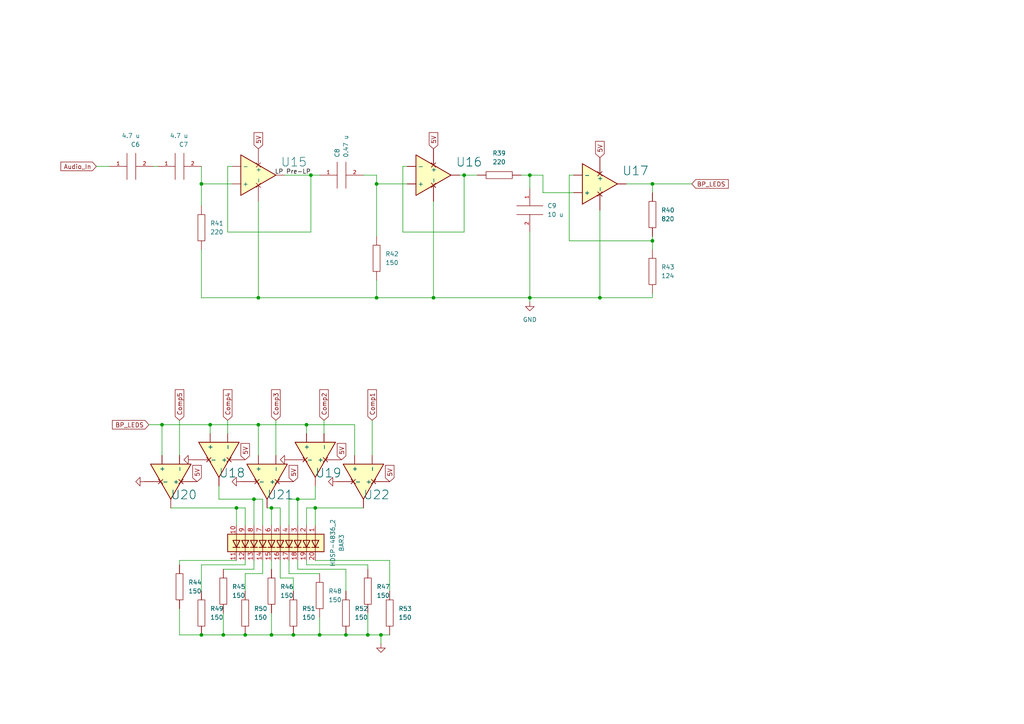
<source format=kicad_sch>
(kicad_sch (version 20211123) (generator eeschema)
  (paper "A4")
  (title_block (title "Band Pass Filter with Bar Graph LEDs"))
  (lib_symbols
    (symbol "Generic:X-opamp,IEEE" (pin_numbers hide)
      (property "Reference" "U" (at 6.35 3.81 0))
      (property "Value" "X-opamp,IEEE" (at 6.35 -3.81 0))
      (symbol "X-opamp,IEEE_1_1"
        (polyline (pts (xy 5.08 0) (xy -5.08 5.8674) (xy -5.08 -5.8674) (xy 5.08 0)) (stroke (width 0.254)) (fill (type background)))
        (pin input line (at -7.62 -2.54 0) (length 2.54) (name "+") (number "1"))
        (pin input line (at -7.62 2.54 0) (length 2.54) (name "-") (number "2"))
        (pin power_in non_logic (at 0 7.62 270) (length 4.6736) (name "+") (number "3"))
        (pin power_in non_logic (at 0 -7.62 90) (length 4.6736) (name "-") (number "4"))
        (pin output line (at 7.62 0 180) (length 2.54) (name "OUT") (number "5"))
      )
    )
    (symbol "LED:HDSP-4836_2" (pin_names (offset 1.016) hide)
      (property "Reference" "BAR" (at 0 15.24 0))
      (property "Value" "HDSP-4836_2" (at 0 -17.78 0))
      (symbol "HDSP-4836_2_0_1"
        (rectangle (start -2.54 12.7) (end 2.54 -15.24) (stroke (width 0.254)) (fill (type background)))
        (polyline (pts (xy -2.54 -12.7) (xy 2.54 -12.7)))
        (polyline (pts (xy -2.54 -10.16) (xy 2.54 -10.16)))
        (polyline (pts (xy -2.54 -7.62) (xy 2.54 -7.62)))
        (polyline (pts (xy -2.54 -5.08) (xy 2.54 -5.08)))
        (polyline (pts (xy -2.54 0) (xy 2.54 0)))
        (polyline (pts (xy -2.54 5.08) (xy 2.54 5.08)))
        (polyline (pts (xy -2.54 7.62) (xy 2.54 7.62)))
        (polyline (pts (xy -2.54 10.16) (xy 2.54 10.16)))
        (polyline (pts (xy 1.27 -11.684) (xy 1.27 -13.716)) (stroke (width 0.254)))
        (polyline (pts (xy 1.27 -9.144) (xy 1.27 -11.176)) (stroke (width 0.254)))
        (polyline (pts (xy 1.27 -6.604) (xy 1.27 -8.636)) (stroke (width 0.254)))
        (polyline (pts (xy 1.27 -4.064) (xy 1.27 -6.096)) (stroke (width 0.254)))
        (polyline (pts (xy 1.27 -1.524) (xy 1.27 -3.556)) (stroke (width 0.254)))
        (polyline (pts (xy 1.27 1.016) (xy 1.27 -1.016)) (stroke (width 0.254)))
        (polyline (pts (xy 1.27 3.556) (xy 1.27 1.524)) (stroke (width 0.254)))
        (polyline (pts (xy 1.27 6.096) (xy 1.27 4.064)) (stroke (width 0.254)))
        (polyline (pts (xy 1.27 8.636) (xy 1.27 6.604)) (stroke (width 0.254)))
        (polyline (pts (xy 1.27 11.176) (xy 1.27 9.144)) (stroke (width 0.254)))
        (polyline (pts (xy 2.54 -2.54) (xy -2.54 -2.54)))
        (polyline (pts (xy 2.54 2.54) (xy -2.54 2.54)))
        (polyline (pts (xy -0.762 -11.684) (xy -0.762 -13.716) (xy 1.27 -12.7) (xy -0.762 -11.684)) (stroke (width 0.254)))
        (polyline (pts (xy -0.762 -9.144) (xy -0.762 -11.176) (xy 1.27 -10.16) (xy -0.762 -9.144)) (stroke (width 0.254)))
        (polyline (pts (xy -0.762 -6.604) (xy -0.762 -8.636) (xy 1.27 -7.62) (xy -0.762 -6.604)) (stroke (width 0.254)))
        (polyline (pts (xy -0.762 -4.064) (xy -0.762 -6.096) (xy 1.27 -5.08) (xy -0.762 -4.064)) (stroke (width 0.254)))
        (polyline (pts (xy -0.762 -1.524) (xy -0.762 -3.556) (xy 1.27 -2.54) (xy -0.762 -1.524)) (stroke (width 0.254)))
        (polyline (pts (xy -0.762 1.016) (xy -0.762 -1.016) (xy 1.27 0) (xy -0.762 1.016)) (stroke (width 0.254)))
        (polyline (pts (xy -0.762 3.556) (xy -0.762 1.524) (xy 1.27 2.54) (xy -0.762 3.556)) (stroke (width 0.254)))
        (polyline (pts (xy -0.762 6.096) (xy -0.762 4.064) (xy 1.27 5.08) (xy -0.762 6.096)) (stroke (width 0.254)))
        (polyline (pts (xy -0.762 8.636) (xy -0.762 6.604) (xy 1.27 7.62) (xy -0.762 8.636)) (stroke (width 0.254)))
        (polyline (pts (xy -0.762 11.176) (xy -0.762 9.144) (xy 1.27 10.16) (xy -0.762 11.176)) (stroke (width 0.254)))
      )
      (symbol "HDSP-4836_2_1_1"
        (pin passive line (at -5.08 10.16 0) (length 2.54) (name "A") (number "1"))
        (pin passive line (at -5.08 -12.7 0) (length 2.54) (name "A") (number "10"))
        (pin passive line (at 5.08 -12.7 180) (length 2.54) (name "K") (number "11"))
        (pin passive line (at 5.08 -10.16 180) (length 2.54) (name "K") (number "12"))
        (pin passive line (at 5.08 -7.62 180) (length 2.54) (name "K") (number "13"))
        (pin passive line (at 5.08 -5.08 180) (length 2.54) (name "K") (number "14"))
        (pin passive line (at 5.08 -2.54 180) (length 2.54) (name "K") (number "15"))
        (pin passive line (at 5.08 0 180) (length 2.54) (name "K") (number "16"))
        (pin passive line (at 5.08 2.54 180) (length 2.54) (name "K") (number "17"))
        (pin passive line (at 5.08 5.08 180) (length 2.54) (name "K") (number "18"))
        (pin passive line (at 5.08 7.62 180) (length 2.54) (name "K") (number "19"))
        (pin passive line (at -5.08 7.62 0) (length 2.54) (name "A") (number "2"))
        (pin passive line (at 5.08 10.16 180) (length 2.54) (name "K") (number "20"))
        (pin passive line (at -5.08 5.08 0) (length 2.54) (name "A") (number "3"))
        (pin passive line (at -5.08 2.54 0) (length 2.54) (name "A") (number "4"))
        (pin passive line (at -5.08 0 0) (length 2.54) (name "A") (number "5"))
        (pin passive line (at -5.08 -2.54 0) (length 2.54) (name "A") (number "6"))
        (pin passive line (at -5.08 -5.08 0) (length 2.54) (name "A") (number "7"))
        (pin passive line (at -5.08 -7.62 0) (length 2.54) (name "A") (number "8"))
        (pin passive line (at -5.08 -10.16 0) (length 2.54) (name "A") (number "9"))
      )
    )
    (symbol "power:GND" (power) (pin_names (offset 0))
      (property "Value" "GND" (at 0 -3.81 0))
      (symbol "GND_0_1"
        (polyline (pts (xy 0 0) (xy 0 -1.27) (xy 1.27 -1.27) (xy 0 -2.54) (xy -1.27 -1.27) (xy 0 -1.27)))
      )
      (symbol "GND_1_1"
        (pin power_in line (at 0 0 270) (length 0) hide (name "GND") (number "1"))
      )
    )
    (symbol "pspice:C" (pin_names (offset 0.254))
      (property "Reference" "C" (at 2.54 3.81 90))
      (property "Value" "C" (at 2.54 -3.81 90))
      (symbol "C_0_1"
        (polyline (pts (xy -3.81 -1.27) (xy 3.81 -1.27)))
        (polyline (pts (xy -3.81 1.27) (xy 3.81 1.27)))
      )
      (symbol "C_1_1"
        (pin passive line (at 0 6.35 270) (length 5.08) (name "~") (number "1"))
        (pin passive line (at 0 -6.35 90) (length 5.08) (name "~") (number "2"))
      )
    )
    (symbol "pspice:R" (pin_numbers hide) (pin_names (offset 0))
      (property "Reference" "R" (at 2.032 0 90))
      (property "Value" "R" (at 0 0 90))
      (symbol "R_0_1"
        (rectangle (start -1.016 3.81) (end 1.016 -3.81))
      )
      (symbol "R_1_1"
        (pin passive line (at 0 6.35 270) (length 2.54) (name "~") (number "1"))
        (pin passive line (at 0 -6.35 90) (length 2.54) (name "~") (number "2"))
      )
    )
  )
  (junction (at 64.77 184.15))
  (junction (at 109.22 86.36))
  (junction (at 134.62 50.8))
  (junction (at 86.36 144.78))
  (junction (at 92.71 184.15))
  (junction (at 153.67 50.8))
  (junction (at 173.99 86.36))
  (junction (at 153.67 86.36))
  (junction (at 91.44 147.32))
  (junction (at 60.96 123.19))
  (junction (at 68.58 147.32))
  (junction (at 100.33 184.15))
  (junction (at 88.9 123.19))
  (junction (at 189.23 69.85))
  (junction (at 58.42 184.15))
  (junction (at 125.73 86.36))
  (junction (at 85.09 184.15))
  (junction (at 110.49 184.15))
  (junction (at 109.22 53.34))
  (junction (at 189.23 53.34))
  (junction (at 90.17 50.8))
  (junction (at 78.74 147.32))
  (junction (at 74.93 86.36))
  (junction (at 78.74 184.15))
  (junction (at 73.66 144.78))
  (junction (at 71.12 184.15))
  (junction (at 46.99 123.19))
  (junction (at 58.42 53.34))
  (junction (at 74.93 123.19))
  (junction (at 106.68 184.15))
  (wire (pts (xy 85.09 167.64) (xy 85.09 171.45)))
  (wire (pts (xy 189.23 53.34) (xy 200.66 53.34)))
  (wire (pts (xy 88.9 147.32) (xy 91.44 147.32)))
  (wire (pts (xy 92.71 184.15) (xy 100.33 184.15)))
  (wire (pts (xy 78.74 147.32) (xy 78.74 152.4)))
  (wire (pts (xy 105.41 50.8) (xy 109.22 50.8)))
  (wire (pts (xy 116.84 67.31) (xy 134.62 67.31)))
  (wire (pts (xy 88.9 123.19) (xy 102.87 123.19)))
  (wire (pts (xy 52.07 176.53) (xy 52.07 184.15)))
  (wire (pts (xy 71.12 162.56) (xy 71.12 163.83)))
  (wire (pts (xy 60.96 123.19) (xy 74.93 123.19)))
  (wire (pts (xy 76.2 144.78) (xy 73.66 144.78)))
  (wire (pts (xy 78.74 184.15) (xy 85.09 184.15)))
  (wire (pts (xy 116.84 67.31) (xy 116.84 48.26)))
  (wire (pts (xy 189.23 53.34) (xy 189.23 55.88)))
  (wire (pts (xy 81.28 147.32) (xy 81.28 152.4)))
  (wire (pts (xy 66.04 48.26) (xy 67.31 48.26)))
  (wire (pts (xy 90.17 50.8) (xy 92.71 50.8)))
  (wire (pts (xy 165.1 69.85) (xy 189.23 69.85)))
  (wire (pts (xy 64.77 177.8) (xy 64.77 184.15)))
  (wire (pts (xy 189.23 69.85) (xy 189.23 72.39)))
  (wire (pts (xy 71.12 166.37) (xy 76.2 166.37)))
  (wire (pts (xy 43.18 123.19) (xy 46.99 123.19)))
  (wire (pts (xy 52.07 162.56) (xy 68.58 162.56)))
  (wire (pts (xy 181.61 53.34) (xy 189.23 53.34)))
  (wire (pts (xy 157.48 55.88) (xy 157.48 50.8)))
  (wire (pts (xy 52.07 162.56) (xy 52.07 163.83)))
  (wire (pts (xy 76.2 152.4) (xy 76.2 144.78)))
  (wire (pts (xy 83.82 166.37) (xy 92.71 166.37)))
  (wire (pts (xy 73.66 162.56) (xy 73.66 165.1)))
  (wire (pts (xy 74.93 123.19) (xy 74.93 132.08)))
  (wire (pts (xy 64.77 184.15) (xy 71.12 184.15)))
  (wire (pts (xy 109.22 53.34) (xy 109.22 68.58)))
  (wire (pts (xy 92.71 179.07) (xy 92.71 184.15)))
  (wire (pts (xy 91.44 140.97) (xy 91.44 144.78)))
  (wire (pts (xy 77.47 147.32) (xy 78.74 147.32)))
  (wire (pts (xy 109.22 81.28) (xy 109.22 86.36)))
  (wire (pts (xy 91.44 144.78) (xy 86.36 144.78)))
  (wire (pts (xy 133.35 50.8) (xy 134.62 50.8)))
  (wire (pts (xy 157.48 55.88) (xy 166.37 55.88)))
  (wire (pts (xy 125.73 86.36) (xy 153.67 86.36)))
  (wire (pts (xy 80.01 121.92) (xy 80.01 132.08)))
  (wire (pts (xy 106.68 163.83) (xy 106.68 165.1)))
  (wire (pts (xy 189.23 86.36) (xy 173.99 86.36)))
  (wire (pts (xy 85.09 184.15) (xy 92.71 184.15)))
  (wire (pts (xy 83.82 166.37) (xy 83.82 162.56)))
  (wire (pts (xy 58.42 163.83) (xy 58.42 171.45)))
  (wire (pts (xy 71.12 166.37) (xy 71.12 171.45)))
  (wire (pts (xy 27.94 48.26) (xy 31.75 48.26)))
  (wire (pts (xy 153.67 67.31) (xy 153.67 86.36)))
  (wire (pts (xy 189.23 68.58) (xy 189.23 69.85)))
  (wire (pts (xy 58.42 53.34) (xy 67.31 53.34)))
  (wire (pts (xy 100.33 184.15) (xy 106.68 184.15)))
  (wire (pts (xy 58.42 184.15) (xy 64.77 184.15)))
  (wire (pts (xy 153.67 54.61) (xy 153.67 50.8)))
  (wire (pts (xy 165.1 69.85) (xy 165.1 50.8)))
  (wire (pts (xy 71.12 184.15) (xy 78.74 184.15)))
  (wire (pts (xy 78.74 162.56) (xy 78.74 165.1)))
  (wire (pts (xy 46.99 123.19) (xy 60.96 123.19)))
  (wire (pts (xy 76.2 166.37) (xy 76.2 162.56)))
  (wire (pts (xy 189.23 86.36) (xy 189.23 85.09)))
  (wire (pts (xy 165.1 50.8) (xy 166.37 50.8)))
  (wire (pts (xy 88.9 163.83) (xy 88.9 162.56)))
  (wire (pts (xy 46.99 123.19) (xy 46.99 132.08)))
  (wire (pts (xy 74.93 123.19) (xy 88.9 123.19)))
  (wire (pts (xy 73.66 165.1) (xy 64.77 165.1)))
  (wire (pts (xy 107.95 121.92) (xy 107.95 132.08)))
  (wire (pts (xy 68.58 147.32) (xy 49.53 147.32)))
  (wire (pts (xy 86.36 152.4) (xy 86.36 144.78)))
  (wire (pts (xy 52.07 132.08) (xy 52.07 121.92)))
  (wire (pts (xy 110.49 184.15) (xy 110.49 186.69)))
  (wire (pts (xy 109.22 53.34) (xy 118.11 53.34)))
  (wire (pts (xy 173.99 60.96) (xy 173.99 86.36)))
  (wire (pts (xy 113.03 162.56) (xy 91.44 162.56)))
  (wire (pts (xy 71.12 163.83) (xy 58.42 163.83)))
  (wire (pts (xy 74.93 86.36) (xy 58.42 86.36)))
  (wire (pts (xy 86.36 165.1) (xy 86.36 162.56)))
  (wire (pts (xy 74.93 58.42) (xy 74.93 86.36)))
  (wire (pts (xy 82.55 50.8) (xy 90.17 50.8)))
  (wire (pts (xy 81.28 167.64) (xy 81.28 162.56)))
  (wire (pts (xy 113.03 162.56) (xy 113.03 171.45)))
  (wire (pts (xy 86.36 144.78) (xy 83.82 144.78)))
  (wire (pts (xy 134.62 50.8) (xy 138.43 50.8)))
  (wire (pts (xy 71.12 152.4) (xy 71.12 147.32)))
  (wire (pts (xy 73.66 152.4) (xy 73.66 144.78)))
  (wire (pts (xy 83.82 152.4) (xy 83.82 144.78)))
  (wire (pts (xy 134.62 67.31) (xy 134.62 50.8)))
  (wire (pts (xy 93.98 121.92) (xy 93.98 125.73)))
  (wire (pts (xy 66.04 67.31) (xy 66.04 48.26)))
  (wire (pts (xy 44.45 48.26) (xy 45.72 48.26)))
  (wire (pts (xy 113.03 184.15) (xy 110.49 184.15)))
  (wire (pts (xy 153.67 86.36) (xy 153.67 87.63)))
  (wire (pts (xy 102.87 123.19) (xy 102.87 132.08)))
  (wire (pts (xy 81.28 167.64) (xy 85.09 167.64)))
  (wire (pts (xy 60.96 123.19) (xy 60.96 125.73)))
  (wire (pts (xy 106.68 163.83) (xy 88.9 163.83)))
  (wire (pts (xy 110.49 184.15) (xy 106.68 184.15)))
  (wire (pts (xy 109.22 53.34) (xy 109.22 50.8)))
  (wire (pts (xy 74.93 86.36) (xy 109.22 86.36)))
  (wire (pts (xy 63.5 144.78) (xy 73.66 144.78)))
  (wire (pts (xy 86.36 165.1) (xy 100.33 165.1)))
  (wire (pts (xy 88.9 152.4) (xy 88.9 147.32)))
  (wire (pts (xy 78.74 147.32) (xy 81.28 147.32)))
  (wire (pts (xy 125.73 58.42) (xy 125.73 86.36)))
  (wire (pts (xy 68.58 152.4) (xy 68.58 147.32)))
  (wire (pts (xy 66.04 67.31) (xy 90.17 67.31)))
  (wire (pts (xy 63.5 140.97) (xy 63.5 144.78)))
  (wire (pts (xy 90.17 50.8) (xy 90.17 67.31)))
  (wire (pts (xy 58.42 53.34) (xy 58.42 48.26)))
  (wire (pts (xy 125.73 86.36) (xy 109.22 86.36)))
  (wire (pts (xy 157.48 50.8) (xy 153.67 50.8)))
  (wire (pts (xy 66.04 121.92) (xy 66.04 125.73)))
  (wire (pts (xy 100.33 171.45) (xy 100.33 165.1)))
  (wire (pts (xy 78.74 184.15) (xy 78.74 177.8)))
  (wire (pts (xy 91.44 147.32) (xy 105.41 147.32)))
  (wire (pts (xy 71.12 147.32) (xy 68.58 147.32)))
  (wire (pts (xy 106.68 177.8) (xy 106.68 184.15)))
  (wire (pts (xy 116.84 48.26) (xy 118.11 48.26)))
  (wire (pts (xy 151.13 50.8) (xy 153.67 50.8)))
  (wire (pts (xy 88.9 123.19) (xy 88.9 125.73)))
  (wire (pts (xy 52.07 184.15) (xy 58.42 184.15)))
  (wire (pts (xy 58.42 53.34) (xy 58.42 59.69)))
  (wire (pts (xy 58.42 72.39) (xy 58.42 86.36)))
  (wire (pts (xy 91.44 147.32) (xy 91.44 152.4)))
  (wire (pts (xy 153.67 86.36) (xy 173.99 86.36)))
  (label "LP Pre-LP" (at 90.17 50.8 180))
  (global_label "5V" (shape input) (at 173.99 45.72 90) (property "Intersheet References" "${INTERSHEET_REFS}" (effects hide)))
  (global_label "5V" (shape input) (at 113.03 139.7 90) (property "Intersheet References" "${INTERSHEET_REFS}" (effects hide)))
  (global_label "Comp3" (shape input) (at 80.01 121.92 90) (property "Intersheet References" "${INTERSHEET_REFS}" (effects hide)))
  (global_label "5V" (shape input) (at 85.09 139.7 90) (property "Intersheet References" "${INTERSHEET_REFS}" (effects hide)))
  (global_label "Comp1" (shape input) (at 107.95 121.92 90) (property "Intersheet References" "${INTERSHEET_REFS}" (effects hide)))
  (global_label "5V" (shape input) (at 99.06 133.35 90) (property "Intersheet References" "${INTERSHEET_REFS}" (effects hide)))
  (global_label "5V" (shape input) (at 74.93 43.18 90) (property "Intersheet References" "${INTERSHEET_REFS}" (effects hide)))
  (global_label "Comp5" (shape input) (at 52.07 121.92 90) (property "Intersheet References" "${INTERSHEET_REFS}" (effects hide)))
  (global_label "Audio_In" (shape input) (at 27.94 48.26 180) (property "Intersheet References" "${INTERSHEET_REFS}" (effects hide)))
  (global_label "5V" (shape input) (at 125.73 43.18 90) (property "Intersheet References" "${INTERSHEET_REFS}" (effects hide)))
  (global_label "5V" (shape input) (at 71.12 133.35 90) (property "Intersheet References" "${INTERSHEET_REFS}" (effects hide)))
  (global_label "5V" (shape input) (at 57.15 139.7 90) (property "Intersheet References" "${INTERSHEET_REFS}" (effects hide)))
  (global_label "BP_LEDS" (shape input) (at 43.18 123.19 180) (property "Intersheet References" "${INTERSHEET_REFS}" (effects hide)))
  (global_label "Comp4" (shape input) (at 66.04 121.92 90) (property "Intersheet References" "${INTERSHEET_REFS}" (effects hide)))
  (global_label "BP_LEDS" (shape input) (at 200.66 53.34 0) (property "Intersheet References" "${INTERSHEET_REFS}" (effects hide)))
  (global_label "Comp2" (shape input) (at 93.98 121.92 90) (property "Intersheet References" "${INTERSHEET_REFS}" (effects hide)))
  (symbol (lib_id "power:GND") (at 55.88 133.35 270) (unit 1)
    (property "Reference" "#PWR019" (effects hide))
    (property "Value" "GND" (effects hide))
  )
  (symbol (lib_id "pspice:C") (at 52.07 48.26 90) (unit 1)
    (property "Reference" "C7" (at 54.61 41.91 90) (effects (justify left)))
    (property "Value" "4.7 u" (at 54.61 39.37 90) (effects (justify left)))
  )
  (symbol (lib_id "pspice:R") (at 52.07 170.18 180) (unit 1)
    (property "Reference" "R44" (at 54.61 168.9099 0) (effects (justify right)))
    (property "Value" "150" (at 54.61 171.4499 0) (effects (justify right)))
  )
  (symbol (lib_id "power:GND") (at 41.91 139.7 270) (unit 1)
    (property "Reference" "#PWR021" (effects hide))
    (property "Value" "GND" (effects hide))
  )
  (symbol (lib_id "pspice:R") (at 85.09 177.8 180) (unit 1)
    (property "Reference" "R51" (at 87.63 176.5299 0) (effects (justify right)))
    (property "Value" "150" (at 87.63 179.0699 0) (effects (justify right)))
  )
  (symbol (lib_id "power:GND") (at 69.85 139.7 270) (unit 1)
    (property "Reference" "#PWR022" (effects hide))
    (property "Value" "GND" (effects hide))
  )
  (symbol (lib_id "pspice:R") (at 189.23 78.74 180) (unit 1)
    (property "Reference" "R43" (at 191.77 77.4699 0) (effects (justify right)))
    (property "Value" "124" (at 191.77 80.0099 0) (effects (justify right)))
  )
  (symbol (lib_id "LED:HDSP-4836_2") (at 81.28 157.48 270) (unit 1)
    (property "Reference" "BAR3" (at 99.06 157.48 0))
    (property "Value" "HDSP-4836_2" (at 96.52 157.48 0))
    (property "Footprint" "Display:HDSP-4836" (effects hide))
    (property "Datasheet" "https://docs.broadcom.com/docs/AV02-1798EN" (effects hide))
    (property "Spice_Primitive" "R" (effects hide))
    (property "Spice_Netlist_Enabled" "N" (effects hide))
    (property "Spice_Model" "HDSP-4836_2" (effects hide))
  )
  (symbol (lib_id "pspice:R") (at 109.22 74.93 180) (unit 1)
    (property "Reference" "R42" (at 111.76 73.6599 0) (effects (justify right)))
    (property "Value" "150" (at 111.76 76.1999 0) (effects (justify right)))
  )
  (symbol (lib_id "Generic:X-opamp,IEEE") (at 63.5 133.35 270) (unit 1)
    (property "Reference" "U18" (at 67.31 137.16 90) (effects (font (size 2.54 2.54))))
    (property "Value" "X-opamp,IEEE" (effects hide))
    (property "Spice_Primitive" "X" (effects hide))
    (property "Spice_Model" "genopa1" (effects hide))
    (property "Spice_Netlist_Enabled" "Y" (effects hide))
    (property "Spice_Lib_File" "C:\\Users\\rydog\\Desktop\\basic_models\\OpAmps\\generic_opamp.lib" (effects hide))
  )
  (symbol (lib_id "pspice:R") (at 100.33 177.8 180) (unit 1)
    (property "Reference" "R52" (at 102.87 176.5299 0) (effects (justify right)))
    (property "Value" "150" (at 102.87 179.0699 0) (effects (justify right)))
  )
  (symbol (lib_id "pspice:R") (at 58.42 66.04 180) (unit 1)
    (property "Reference" "R41" (at 60.96 64.7699 0) (effects (justify right)))
    (property "Value" "220" (at 60.96 67.3099 0) (effects (justify right)))
  )
  (symbol (lib_id "pspice:C") (at 99.06 50.8 90) (unit 1)
    (property "Reference" "C8" (at 97.7899 45.72 0) (effects (justify left)))
    (property "Value" "0.47 u" (at 100.3299 45.72 0) (effects (justify left)))
  )
  (symbol (lib_id "pspice:R") (at 58.42 177.8 180) (unit 1)
    (property "Reference" "R49" (at 60.96 176.5299 0) (effects (justify right)))
    (property "Value" "150" (at 60.96 179.0699 0) (effects (justify right)))
  )
  (symbol (lib_id "Generic:X-opamp,IEEE") (at 125.73 50.8 0) (unit 1)
    (property "Reference" "U16" (at 132.08 46.99 0) (effects (font (size 2.54 2.54)) (justify left)))
    (property "Value" "X-opamp,IEEE" (effects hide))
    (property "Spice_Primitive" "X" (effects hide))
    (property "Spice_Model" "genopa1" (effects hide))
    (property "Spice_Netlist_Enabled" "Y" (effects hide))
    (property "Spice_Lib_File" "C:\\Users\\rydog\\Desktop\\basic_models\\OpAmps\\generic_opamp.lib" (effects hide))
  )
  (symbol (lib_id "pspice:R") (at 92.71 172.72 180) (unit 1)
    (property "Reference" "R48" (at 95.25 171.4499 0) (effects (justify right)))
    (property "Value" "150" (at 95.25 173.9899 0) (effects (justify right)))
  )
  (symbol (lib_id "Generic:X-opamp,IEEE") (at 105.41 139.7 270) (unit 1)
    (property "Reference" "U22" (at 109.22 143.51 90) (effects (font (size 2.54 2.54))))
    (property "Value" "X-opamp,IEEE" (effects hide))
    (property "Spice_Primitive" "X" (effects hide))
    (property "Spice_Model" "genopa1" (effects hide))
    (property "Spice_Netlist_Enabled" "Y" (effects hide))
    (property "Spice_Lib_File" "C:\\Users\\rydog\\Desktop\\basic_models\\OpAmps\\generic_opamp.lib" (effects hide))
  )
  (symbol (lib_id "pspice:R") (at 71.12 177.8 180) (unit 1)
    (property "Reference" "R50" (at 73.66 176.5299 0) (effects (justify right)))
    (property "Value" "150" (at 73.66 179.0699 0) (effects (justify right)))
  )
  (symbol (lib_id "pspice:C") (at 153.67 60.96 0) (unit 1)
    (property "Reference" "C9" (at 158.75 59.69 0) (effects (justify left)))
    (property "Value" "10 u" (at 158.75 62.23 0) (effects (justify left)))
  )
  (symbol (lib_id "Generic:X-opamp,IEEE") (at 91.44 133.35 270) (unit 1)
    (property "Reference" "U19" (at 95.25 137.16 90) (effects (font (size 2.54 2.54))))
    (property "Value" "X-opamp,IEEE" (effects hide))
    (property "Spice_Primitive" "X" (effects hide))
    (property "Spice_Model" "genopa1" (effects hide))
    (property "Spice_Netlist_Enabled" "Y" (effects hide))
    (property "Spice_Lib_File" "C:\\Users\\rydog\\Desktop\\basic_models\\OpAmps\\generic_opamp.lib" (effects hide))
  )
  (symbol (lib_id "Generic:X-opamp,IEEE") (at 77.47 139.7 270) (unit 1)
    (property "Reference" "U21" (at 81.28 143.51 90) (effects (font (size 2.54 2.54))))
    (property "Value" "X-opamp,IEEE" (effects hide))
    (property "Spice_Primitive" "X" (effects hide))
    (property "Spice_Model" "genopa1" (effects hide))
    (property "Spice_Netlist_Enabled" "Y" (effects hide))
    (property "Spice_Lib_File" "C:\\Users\\rydog\\Desktop\\basic_models\\OpAmps\\generic_opamp.lib" (effects hide))
  )
  (symbol (lib_id "pspice:R") (at 144.78 50.8 90) (unit 1)
    (property "Reference" "R39" (at 144.78 44.45 90))
    (property "Value" "220" (at 144.78 46.99 90))
  )
  (symbol (lib_id "pspice:R") (at 189.23 62.23 180) (unit 1)
    (property "Reference" "R40" (at 191.77 60.9599 0) (effects (justify right)))
    (property "Value" "820" (at 191.77 63.4999 0) (effects (justify right)))
  )
  (symbol (lib_id "pspice:R") (at 113.03 177.8 180) (unit 1)
    (property "Reference" "R53" (at 115.57 176.5299 0) (effects (justify right)))
    (property "Value" "150" (at 115.57 179.0699 0) (effects (justify right)))
  )
  (symbol (lib_id "Generic:X-opamp,IEEE") (at 49.53 139.7 270) (unit 1)
    (property "Reference" "U20" (at 53.34 143.51 90) (effects (font (size 2.54 2.54))))
    (property "Value" "X-opamp,IEEE" (effects hide))
    (property "Spice_Primitive" "X" (effects hide))
    (property "Spice_Model" "genopa1" (effects hide))
    (property "Spice_Netlist_Enabled" "Y" (effects hide))
    (property "Spice_Lib_File" "C:\\Users\\rydog\\Desktop\\basic_models\\OpAmps\\generic_opamp.lib" (effects hide))
  )
  (symbol (lib_id "pspice:C") (at 38.1 48.26 90) (unit 1)
    (property "Reference" "C6" (at 40.64 41.9101 90) (effects (justify left)))
    (property "Value" "4.7 u" (at 40.64 39.3701 90) (effects (justify left)))
  )
  (symbol (lib_id "power:GND") (at 83.82 133.35 270) (unit 1)
    (property "Reference" "#PWR020" (effects hide))
    (property "Value" "GND" (effects hide))
  )
  (symbol (lib_id "pspice:R") (at 64.77 171.45 180) (unit 1)
    (property "Reference" "R45" (at 67.31 170.1799 0) (effects (justify right)))
    (property "Value" "150" (at 67.31 172.7199 0) (effects (justify right)))
  )
  (symbol (lib_id "Generic:X-opamp,IEEE") (at 173.99 53.34 0) (unit 1)
    (property "Reference" "U17" (at 180.34 49.53 0) (effects (font (size 2.54 2.54)) (justify left)))
    (property "Value" "X-opamp,IEEE" (effects hide))
    (property "Spice_Primitive" "X" (effects hide))
    (property "Spice_Model" "genopa1" (effects hide))
    (property "Spice_Netlist_Enabled" "Y" (effects hide))
    (property "Spice_Lib_File" "C:\\Users\\rydog\\Desktop\\basic_models\\OpAmps\\generic_opamp.lib" (effects hide))
  )
  (symbol (lib_id "Generic:X-opamp,IEEE") (at 74.93 50.8 0) (unit 1)
    (property "Reference" "U15" (at 81.28 46.99 0) (effects (font (size 2.54 2.54)) (justify left)))
    (property "Value" "X-opamp,IEEE" (effects hide))
    (property "Spice_Primitive" "X" (effects hide))
    (property "Spice_Model" "genopa1" (effects hide))
    (property "Spice_Netlist_Enabled" "Y" (effects hide))
    (property "Spice_Lib_File" "C:\\Users\\rydog\\Desktop\\basic_models\\OpAmps\\generic_opamp.lib" (effects hide))
  )
  (symbol (lib_id "power:GND") (at 153.67 87.63 0) (unit 1)
    (property "Reference" "#PWR018" (effects hide))
    (property "Value" "GND" (at 153.67 92.71 0))
  )
  (symbol (lib_id "pspice:R") (at 106.68 171.45 180) (unit 1)
    (property "Reference" "R47" (at 109.22 170.1799 0) (effects (justify right)))
    (property "Value" "150" (at 109.22 172.7199 0) (effects (justify right)))
  )
  (symbol (lib_id "pspice:R") (at 78.74 171.45 180) (unit 1)
    (property "Reference" "R46" (at 81.28 170.1799 0) (effects (justify right)))
    (property "Value" "150" (at 81.28 172.7199 0) (effects (justify right)))
  )
  (symbol (lib_id "power:GND") (at 97.79 139.7 270) (unit 1)
    (property "Reference" "#PWR023" (effects hide))
    (property "Value" "GND" (effects hide))
  )
  (symbol (lib_id "power:GND") (at 110.49 186.69 0) (unit 1)
    (property "Reference" "#PWR024" (effects hide))
    (property "Value" "GND" (effects hide))
  )
)
</source>
